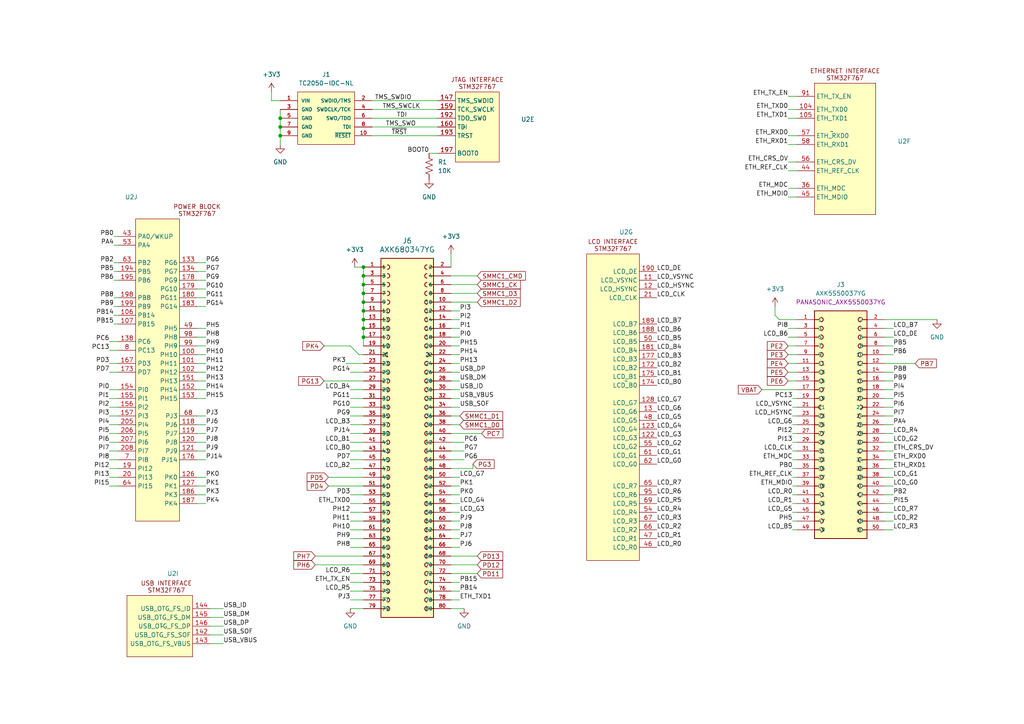
<source format=kicad_sch>
(kicad_sch (version 20230121) (generator eeschema)
  (paper "A4")
  (junction (at 105.41 95.25))
  (junction (at 105.41 90.17))
  (junction (at 105.41 85.09))
  (junction (at 105.41 77.47))
  (junction (at 81.28 34.29))
  (junction (at 105.41 80.01))
  (junction (at 81.28 36.83))
  (junction (at 81.28 39.37))
  (junction (at 105.41 92.71))
  (junction (at 105.41 97.79))
  (junction (at 105.41 82.55))
  (junction (at 105.41 87.63))
  (wire (pts (xy 256.54 105.41) (xy 265.43 105.41)))
  (wire (pts (xy 81.28 31.75) (xy 81.28 34.29)))
  (wire (pts (xy 229.87 140.97) (xy 231.14 140.97)))
  (wire (pts (xy 33.02 76.2) (xy 34.29 76.2)))
  (wire (pts (xy 105.41 146.05) (xy 101.6 146.05)))
  (wire (pts (xy 101.6 115.57) (xy 105.41 115.57)))
  (wire (pts (xy 105.41 168.91) (xy 101.6 168.91)))
  (wire (pts (xy 105.41 87.63) (xy 105.41 90.17)))
  (wire (pts (xy 228.6 102.87) (xy 231.14 102.87)))
  (wire (pts (xy 229.87 118.11) (xy 231.14 118.11)))
  (wire (pts (xy 78.74 29.21) (xy 78.74 26.67)))
  (wire (pts (xy 107.95 29.21) (xy 127 29.21)))
  (wire (pts (xy 133.35 102.87) (xy 130.81 102.87)))
  (wire (pts (xy 107.95 34.29) (xy 127 34.29)))
  (wire (pts (xy 102.87 77.47) (xy 105.41 77.47)))
  (wire (pts (xy 228.6 107.95) (xy 231.14 107.95)))
  (wire (pts (xy 259.08 100.33) (xy 256.54 100.33)))
  (wire (pts (xy 101.6 123.19) (xy 105.41 123.19)))
  (wire (pts (xy 228.6 46.99) (xy 231.14 46.99)))
  (wire (pts (xy 259.08 146.05) (xy 256.54 146.05)))
  (wire (pts (xy 229.87 130.81) (xy 231.14 130.81)))
  (wire (pts (xy 31.75 138.43) (xy 34.29 138.43)))
  (wire (pts (xy 228.6 105.41) (xy 231.14 105.41)))
  (wire (pts (xy 133.35 120.65) (xy 130.81 120.65)))
  (wire (pts (xy 133.35 100.33) (xy 130.81 100.33)))
  (wire (pts (xy 105.41 153.67) (xy 101.6 153.67)))
  (wire (pts (xy 229.87 153.67) (xy 231.14 153.67)))
  (wire (pts (xy 137.16 135.89) (xy 130.81 135.89)))
  (wire (pts (xy 124.46 44.45) (xy 127 44.45)))
  (wire (pts (xy 31.75 140.97) (xy 34.29 140.97)))
  (wire (pts (xy 133.35 113.03) (xy 130.81 113.03)))
  (wire (pts (xy 259.08 123.19) (xy 256.54 123.19)))
  (wire (pts (xy 133.35 171.45) (xy 130.81 171.45)))
  (wire (pts (xy 101.6 113.03) (xy 105.41 113.03)))
  (wire (pts (xy 228.6 31.75) (xy 231.14 31.75)))
  (wire (pts (xy 33.02 91.44) (xy 34.29 91.44)))
  (wire (pts (xy 107.95 31.75) (xy 127 31.75)))
  (wire (pts (xy 57.15 86.36) (xy 59.69 86.36)))
  (wire (pts (xy 133.35 107.95) (xy 130.81 107.95)))
  (wire (pts (xy 64.77 181.61) (xy 60.96 181.61)))
  (wire (pts (xy 133.35 90.17) (xy 130.81 90.17)))
  (wire (pts (xy 130.81 166.37) (xy 138.43 166.37)))
  (wire (pts (xy 57.15 120.65) (xy 59.69 120.65)))
  (wire (pts (xy 229.87 146.05) (xy 231.14 146.05)))
  (wire (pts (xy 231.14 92.71) (xy 226.06 92.71)))
  (wire (pts (xy 91.44 161.29) (xy 105.41 161.29)))
  (wire (pts (xy 57.15 143.51) (xy 59.69 143.51)))
  (wire (pts (xy 105.41 166.37) (xy 101.6 166.37)))
  (wire (pts (xy 134.62 133.35) (xy 130.81 133.35)))
  (wire (pts (xy 105.41 95.25) (xy 105.41 97.79)))
  (wire (pts (xy 259.08 130.81) (xy 256.54 130.81)))
  (wire (pts (xy 259.08 125.73) (xy 256.54 125.73)))
  (wire (pts (xy 229.87 128.27) (xy 231.14 128.27)))
  (wire (pts (xy 105.41 102.87) (xy 104.14 102.87)))
  (wire (pts (xy 101.6 118.11) (xy 105.41 118.11)))
  (wire (pts (xy 31.75 133.35) (xy 34.29 133.35)))
  (wire (pts (xy 101.6 135.89) (xy 105.41 135.89)))
  (wire (pts (xy 105.41 90.17) (xy 105.41 92.71)))
  (wire (pts (xy 57.15 113.03) (xy 59.69 113.03)))
  (wire (pts (xy 57.15 105.41) (xy 59.69 105.41)))
  (wire (pts (xy 259.08 102.87) (xy 256.54 102.87)))
  (wire (pts (xy 33.02 88.9) (xy 34.29 88.9)))
  (wire (pts (xy 33.02 81.28) (xy 34.29 81.28)))
  (wire (pts (xy 31.75 101.6) (xy 34.29 101.6)))
  (wire (pts (xy 105.41 77.47) (xy 105.41 80.01)))
  (wire (pts (xy 130.81 176.53) (xy 134.62 176.53)))
  (wire (pts (xy 57.15 81.28) (xy 59.69 81.28)))
  (wire (pts (xy 133.35 168.91) (xy 130.81 168.91)))
  (wire (pts (xy 133.35 148.59) (xy 130.81 148.59)))
  (wire (pts (xy 31.75 120.65) (xy 34.29 120.65)))
  (wire (pts (xy 107.95 36.83) (xy 127 36.83)))
  (wire (pts (xy 57.15 97.79) (xy 59.69 97.79)))
  (wire (pts (xy 259.08 97.79) (xy 256.54 97.79)))
  (wire (pts (xy 105.41 156.21) (xy 101.6 156.21)))
  (wire (pts (xy 133.35 105.41) (xy 130.81 105.41)))
  (wire (pts (xy 259.08 95.25) (xy 256.54 95.25)))
  (wire (pts (xy 133.35 156.21) (xy 130.81 156.21)))
  (wire (pts (xy 101.6 128.27) (xy 105.41 128.27)))
  (wire (pts (xy 133.35 140.97) (xy 130.81 140.97)))
  (wire (pts (xy 81.28 41.91) (xy 81.28 39.37)))
  (wire (pts (xy 57.15 88.9) (xy 59.69 88.9)))
  (wire (pts (xy 57.15 102.87) (xy 59.69 102.87)))
  (wire (pts (xy 101.6 176.53) (xy 105.41 176.53)))
  (wire (pts (xy 57.15 115.57) (xy 59.69 115.57)))
  (wire (pts (xy 256.54 92.71) (xy 271.78 92.71)))
  (wire (pts (xy 229.87 133.35) (xy 231.14 133.35)))
  (wire (pts (xy 133.35 143.51) (xy 130.81 143.51)))
  (wire (pts (xy 33.02 78.74) (xy 34.29 78.74)))
  (wire (pts (xy 259.08 153.67) (xy 256.54 153.67)))
  (wire (pts (xy 133.35 123.19) (xy 130.81 123.19)))
  (wire (pts (xy 133.35 97.79) (xy 130.81 97.79)))
  (wire (pts (xy 57.15 140.97) (xy 59.69 140.97)))
  (wire (pts (xy 57.15 76.2) (xy 59.69 76.2)))
  (wire (pts (xy 130.81 161.29) (xy 138.43 161.29)))
  (wire (pts (xy 101.6 107.95) (xy 105.41 107.95)))
  (wire (pts (xy 100.33 105.41) (xy 105.41 105.41)))
  (wire (pts (xy 57.15 95.25) (xy 59.69 95.25)))
  (wire (pts (xy 31.75 107.95) (xy 34.29 107.95)))
  (wire (pts (xy 105.41 97.79) (xy 105.41 100.33)))
  (wire (pts (xy 259.08 143.51) (xy 256.54 143.51)))
  (wire (pts (xy 101.6 143.51) (xy 105.41 143.51)))
  (wire (pts (xy 137.16 134.62) (xy 137.16 135.89)))
  (wire (pts (xy 57.15 110.49) (xy 59.69 110.49)))
  (wire (pts (xy 57.15 78.74) (xy 59.69 78.74)))
  (wire (pts (xy 133.35 138.43) (xy 130.81 138.43)))
  (wire (pts (xy 228.6 54.61) (xy 231.14 54.61)))
  (wire (pts (xy 134.62 128.27) (xy 130.81 128.27)))
  (wire (pts (xy 104.14 102.87) (xy 101.6 100.33)))
  (wire (pts (xy 57.15 146.05) (xy 59.69 146.05)))
  (wire (pts (xy 91.44 163.83) (xy 105.41 163.83)))
  (wire (pts (xy 229.87 125.73) (xy 231.14 125.73)))
  (wire (pts (xy 101.6 130.81) (xy 105.41 130.81)))
  (wire (pts (xy 259.08 151.13) (xy 256.54 151.13)))
  (wire (pts (xy 64.77 186.69) (xy 60.96 186.69)))
  (wire (pts (xy 228.6 57.15) (xy 231.14 57.15)))
  (wire (pts (xy 57.15 100.33) (xy 59.69 100.33)))
  (wire (pts (xy 130.81 82.55) (xy 138.43 82.55)))
  (wire (pts (xy 130.81 87.63) (xy 138.43 87.63)))
  (wire (pts (xy 31.75 113.03) (xy 34.29 113.03)))
  (wire (pts (xy 81.28 29.21) (xy 78.74 29.21)))
  (wire (pts (xy 229.87 123.19) (xy 231.14 123.19)))
  (wire (pts (xy 229.87 120.65) (xy 231.14 120.65)))
  (wire (pts (xy 57.15 130.81) (xy 59.69 130.81)))
  (wire (pts (xy 259.08 120.65) (xy 256.54 120.65)))
  (wire (pts (xy 133.35 146.05) (xy 130.81 146.05)))
  (wire (pts (xy 130.81 73.66) (xy 130.81 77.47)))
  (wire (pts (xy 57.15 107.95) (xy 59.69 107.95)))
  (wire (pts (xy 33.02 71.12) (xy 34.29 71.12)))
  (wire (pts (xy 57.15 138.43) (xy 59.69 138.43)))
  (wire (pts (xy 105.41 80.01) (xy 105.41 82.55)))
  (wire (pts (xy 33.02 68.58) (xy 34.29 68.58)))
  (wire (pts (xy 133.35 110.49) (xy 130.81 110.49)))
  (wire (pts (xy 259.08 140.97) (xy 256.54 140.97)))
  (wire (pts (xy 93.98 110.49) (xy 105.41 110.49)))
  (wire (pts (xy 31.75 135.89) (xy 34.29 135.89)))
  (wire (pts (xy 220.98 113.03) (xy 231.14 113.03)))
  (wire (pts (xy 229.87 151.13) (xy 231.14 151.13)))
  (wire (pts (xy 259.08 113.03) (xy 256.54 113.03)))
  (wire (pts (xy 105.41 92.71) (xy 105.41 95.25)))
  (wire (pts (xy 57.15 123.19) (xy 59.69 123.19)))
  (wire (pts (xy 229.87 115.57) (xy 231.14 115.57)))
  (wire (pts (xy 228.6 49.53) (xy 231.14 49.53)))
  (wire (pts (xy 31.75 115.57) (xy 34.29 115.57)))
  (wire (pts (xy 224.79 88.9) (xy 224.79 91.44)))
  (wire (pts (xy 105.41 85.09) (xy 105.41 87.63)))
  (wire (pts (xy 130.81 85.09) (xy 138.43 85.09)))
  (wire (pts (xy 229.87 143.51) (xy 231.14 143.51)))
  (wire (pts (xy 81.28 36.83) (xy 81.28 39.37)))
  (wire (pts (xy 133.35 158.75) (xy 130.81 158.75)))
  (wire (pts (xy 229.87 138.43) (xy 231.14 138.43)))
  (wire (pts (xy 95.25 138.43) (xy 105.41 138.43)))
  (wire (pts (xy 31.75 130.81) (xy 34.29 130.81)))
  (wire (pts (xy 105.41 171.45) (xy 101.6 171.45)))
  (wire (pts (xy 259.08 107.95) (xy 256.54 107.95)))
  (wire (pts (xy 57.15 128.27) (xy 59.69 128.27)))
  (wire (pts (xy 101.6 133.35) (xy 105.41 133.35)))
  (wire (pts (xy 228.6 100.33) (xy 231.14 100.33)))
  (wire (pts (xy 134.62 130.81) (xy 130.81 130.81)))
  (wire (pts (xy 259.08 115.57) (xy 256.54 115.57)))
  (wire (pts (xy 133.35 151.13) (xy 130.81 151.13)))
  (wire (pts (xy 133.35 118.11) (xy 130.81 118.11)))
  (wire (pts (xy 228.6 95.25) (xy 231.14 95.25)))
  (wire (pts (xy 228.6 27.94) (xy 231.14 27.94)))
  (wire (pts (xy 228.6 97.79) (xy 231.14 97.79)))
  (wire (pts (xy 228.6 34.29) (xy 231.14 34.29)))
  (wire (pts (xy 130.81 80.01) (xy 138.43 80.01)))
  (wire (pts (xy 133.35 92.71) (xy 130.81 92.71)))
  (wire (pts (xy 105.41 158.75) (xy 101.6 158.75)))
  (wire (pts (xy 130.81 163.83) (xy 138.43 163.83)))
  (wire (pts (xy 105.41 148.59) (xy 101.6 148.59)))
  (wire (pts (xy 105.41 173.99) (xy 101.6 173.99)))
  (wire (pts (xy 31.75 128.27) (xy 34.29 128.27)))
  (wire (pts (xy 64.77 179.07) (xy 60.96 179.07)))
  (wire (pts (xy 133.35 173.99) (xy 130.81 173.99)))
  (wire (pts (xy 57.15 83.82) (xy 59.69 83.82)))
  (wire (pts (xy 133.35 115.57) (xy 130.81 115.57)))
  (wire (pts (xy 101.6 120.65) (xy 105.41 120.65)))
  (wire (pts (xy 31.75 125.73) (xy 34.29 125.73)))
  (wire (pts (xy 31.75 123.19) (xy 34.29 123.19)))
  (wire (pts (xy 228.6 41.91) (xy 231.14 41.91)))
  (wire (pts (xy 259.08 128.27) (xy 256.54 128.27)))
  (wire (pts (xy 130.81 125.73) (xy 139.7 125.73)))
  (wire (pts (xy 226.06 92.71) (xy 224.79 91.44)))
  (wire (pts (xy 105.41 151.13) (xy 101.6 151.13)))
  (wire (pts (xy 64.77 184.15) (xy 60.96 184.15)))
  (wire (pts (xy 81.28 34.29) (xy 81.28 36.83)))
  (wire (pts (xy 93.98 100.33) (xy 101.6 100.33)))
  (wire (pts (xy 229.87 148.59) (xy 231.14 148.59)))
  (wire (pts (xy 107.95 39.37) (xy 127 39.37)))
  (wire (pts (xy 259.08 133.35) (xy 256.54 133.35)))
  (wire (pts (xy 133.35 95.25) (xy 130.81 95.25)))
  (wire (pts (xy 259.08 148.59) (xy 256.54 148.59)))
  (wire (pts (xy 64.77 176.53) (xy 60.96 176.53)))
  (wire (pts (xy 31.75 118.11) (xy 34.29 118.11)))
  (wire (pts (xy 259.08 118.11) (xy 256.54 118.11)))
  (wire (pts (xy 31.75 99.06) (xy 34.29 99.06)))
  (wire (pts (xy 259.08 110.49) (xy 256.54 110.49)))
  (wire (pts (xy 57.15 125.73) (xy 59.69 125.73)))
  (wire (pts (xy 133.35 153.67) (xy 130.81 153.67)))
  (wire (pts (xy 228.6 39.37) (xy 231.14 39.37)))
  (wire (pts (xy 229.87 135.89) (xy 231.14 135.89)))
  (wire (pts (xy 31.75 105.41) (xy 34.29 105.41)))
  (wire (pts (xy 228.6 110.49) (xy 231.14 110.49)))
  (wire (pts (xy 57.15 133.35) (xy 59.69 133.35)))
  (wire (pts (xy 33.02 86.36) (xy 34.29 86.36)))
  (wire (pts (xy 259.08 135.89) (xy 256.54 135.89)))
  (wire (pts (xy 33.02 93.98) (xy 34.29 93.98)))
  (wire (pts (xy 259.08 138.43) (xy 256.54 138.43)))
  (wire (pts (xy 101.6 125.73) (xy 105.41 125.73)))
  (wire (pts (xy 95.25 140.97) (xy 105.41 140.97)))
  (wire (pts (xy 105.41 82.55) (xy 105.41 85.09)))
  (label "LCD_B4" (at 190.5 101.6 0))
  (label "PD7" (at 31.75 107.95 180))
  (label "LCD_G5" (at 190.5 121.92 0))
  (label "PD3" (at 31.75 105.41 180))
  (label "ETH_CRS_DV" (at 228.6 46.99 180))
  (label "LCD_G5" (at 229.87 148.59 180))
  (label "PG11" (at 59.69 86.36 0))
  (label "LCD_B7" (at 259.08 95.25 0))
  (label "LCD_G7" (at 190.5 116.84 0))
  (label "LCD_DE" (at 259.08 97.79 0))
  (label "PG6" (at 134.62 133.35 0))
  (label "PJ3" (at 101.6 173.99 180))
  (label "PJ7" (at 133.35 156.21 0))
  (label "PH8" (at 101.6 158.75 180))
  (label "LCD_CLK" (at 190.5 86.36 0))
  (label "PK3" (at 100.33 105.41 180))
  (label "PG7" (at 134.62 130.81 0))
  (label "PJ8" (at 133.35 153.67 0))
  (label "LCD_G3" (at 190.5 127 0))
  (label "LCD_B0" (at 101.6 130.81 180))
  (label "PG7" (at 59.69 78.74 0))
  (label "PK1" (at 59.69 140.97 0))
  (label "LCD_B5" (at 229.87 153.67 180))
  (label "PI13" (at 31.75 138.43 180))
  (label "PB2" (at 33.02 76.2 180))
  (label "TDI" (at 118.11 34.29 180))
  (label "ETH_RXD1" (at 259.08 135.89 0))
  (label "LCD_R0" (at 190.5 158.75 0))
  (label "PJ8" (at 59.69 128.27 0))
  (label "LCD_VSYNC" (at 190.5 81.28 0))
  (label "PB8" (at 33.02 86.36 180))
  (label "PI7" (at 31.75 130.81 180))
  (label "ETH_RXD0" (at 259.08 133.35 0))
  (label "LCD_R4" (at 190.5 148.59 0))
  (label "LCD_R6" (at 101.6 166.37 180))
  (label "TMS_SWO" (at 120.65 36.83 180))
  (label "ETH_RXD0" (at 228.6 39.37 180))
  (label "PB2" (at 259.08 143.51 0))
  (label "PI0" (at 133.35 97.79 0))
  (label "PI5" (at 259.08 115.57 0))
  (label "LCD_B5" (at 190.5 99.06 0))
  (label "PK4" (at 59.69 146.05 0))
  (label "TMS_SWDIO" (at 119.38 29.21 180))
  (label "LCD_R1" (at 229.87 146.05 180))
  (label "USB_ID" (at 133.35 113.03 0))
  (label "ETH_TXD1" (at 133.35 173.99 0))
  (label "PI5" (at 31.75 125.73 180))
  (label "ETH_CRS_DV" (at 259.08 130.81 0))
  (label "PI7" (at 259.08 120.65 0))
  (label "PC6" (at 134.62 128.27 0))
  (label "PB6" (at 33.02 81.28 180))
  (label "PH14" (at 59.69 113.03 0))
  (label "ETH_REF_CLK" (at 228.6 49.53 180))
  (label "LCD_R1" (at 190.5 156.21 0))
  (label "USB_VBUS" (at 64.77 186.69 0))
  (label "PG9" (at 101.6 120.65 180))
  (label "PH12" (at 59.69 107.95 0))
  (label "LCD_G6" (at 190.5 119.38 0))
  (label "LCD_B7" (at 190.5 93.98 0))
  (label "PB15" (at 133.35 168.91 0))
  (label "PB5" (at 259.08 100.33 0))
  (label "PK3" (at 59.69 143.51 0))
  (label "LCD_B6" (at 228.6 97.79 180))
  (label "LCD_R3" (at 190.5 151.13 0))
  (label "LCD_G3" (at 133.35 148.59 0))
  (label "LCD_R7" (at 259.08 148.59 0))
  (label "LCD_G2" (at 259.08 128.27 0))
  (label "PG6" (at 59.69 76.2 0))
  (label "PB6" (at 259.08 102.87 0))
  (label "PB0" (at 229.87 135.89 180))
  (label "PB15" (at 33.02 93.98 180))
  (label "PI8" (at 31.75 133.35 180))
  (label "PB8" (at 259.08 107.95 0))
  (label "ETH_TX_EN" (at 228.6 27.94 180))
  (label "LCD_G1" (at 190.5 132.08 0))
  (label "PJ3" (at 59.69 120.65 0))
  (label "ETH_MDC" (at 229.87 133.35 180))
  (label "PH5" (at 229.87 151.13 180))
  (label "LCD_R5" (at 190.5 146.05 0))
  (label "USB_ID" (at 64.77 176.53 0))
  (label "PH11" (at 59.69 105.41 0))
  (label "LCD_R2" (at 190.5 153.67 0))
  (label "LCD_R2" (at 259.08 151.13 0))
  (label "LCD_G2" (at 190.5 129.54 0))
  (label "PH8" (at 59.69 97.79 0))
  (label "PD7" (at 101.6 133.35 180))
  (label "PJ6" (at 133.35 158.75 0))
  (label "PI2" (at 31.75 118.11 180))
  (label "LCD_HSYNC" (at 229.87 120.65 180))
  (label "PB9" (at 259.08 110.49 0))
  (label "PH14" (at 133.35 102.87 0))
  (label "PH15" (at 59.69 115.57 0))
  (label "PI1" (at 31.75 115.57 180))
  (label "ETH_TX_EN" (at 101.6 168.91 180))
  (label "LCD_R6" (at 190.5 143.51 0))
  (label "PB14" (at 133.35 171.45 0))
  (label "LCD_R0" (at 229.87 143.51 180))
  (label "PD3" (at 101.6 143.51 180))
  (label "PI3" (at 133.35 90.17 0))
  (label "PI13" (at 229.87 128.27 180))
  (label "PG14" (at 59.69 88.9 0))
  (label "USB_SOF" (at 64.77 184.15 0))
  (label "PB14" (at 33.02 91.44 180))
  (label "LCD_B1" (at 190.5 109.22 0))
  (label "PJ9" (at 133.35 151.13 0))
  (label "LCD_G0" (at 190.5 134.62 0))
  (label "PI4" (at 31.75 123.19 180))
  (label "ETH_REF_CLK" (at 229.87 138.43 180))
  (label "PC6" (at 31.75 99.06 180))
  (label "~{TRST}" (at 118.11 39.37 180))
  (label "PI6" (at 259.08 118.11 0))
  (label "LCD_B4" (at 101.6 113.03 180))
  (label "LCD_G1" (at 259.08 138.43 0))
  (label "PH10" (at 59.69 102.87 0))
  (label "LCD_R7" (at 190.5 140.97 0))
  (label "USB_DP" (at 133.35 107.95 0))
  (label "PH11" (at 101.6 151.13 180))
  (label "PJ14" (at 59.69 133.35 0))
  (label "USB_DM" (at 133.35 110.49 0))
  (label "PH5" (at 59.69 95.25 0))
  (label "PK1" (at 133.35 140.97 0))
  (label "PI15" (at 259.08 146.05 0))
  (label "PG10" (at 101.6 118.11 180))
  (label "PH13" (at 59.69 110.49 0))
  (label "LCD_B2" (at 190.5 106.68 0))
  (label "PC13" (at 31.75 101.6 180))
  (label "LCD_B2" (at 101.6 135.89 180))
  (label "PI2" (at 133.35 92.71 0))
  (label "TMS_SWCLK" (at 121.92 31.75 180))
  (label "LCD_R4" (at 259.08 125.73 0))
  (label "LCD_HSYNC" (at 190.5 83.82 0))
  (label "PB0" (at 33.02 68.58 180))
  (label "PC13" (at 229.87 115.57 180))
  (label "USB_SOF" (at 133.35 118.11 0))
  (label "PG9" (at 59.69 81.28 0))
  (label "PH9" (at 101.6 156.21 180))
  (label "ETH_RXD1" (at 228.6 41.91 180))
  (label "LCD_G6" (at 229.87 123.19 180))
  (label "BOOT0" (at 124.46 44.45 180))
  (label "PI12" (at 229.87 125.73 180))
  (label "PA4" (at 259.08 123.19 0))
  (label "PH13" (at 133.35 105.41 0))
  (label "LCD_CLK" (at 229.87 130.81 180))
  (label "PH9" (at 59.69 100.33 0))
  (label "PG14" (at 101.6 107.95 180))
  (label "PK0" (at 59.69 138.43 0))
  (label "USB_DP" (at 64.77 181.61 0))
  (label "LCD_VSYNC" (at 229.87 118.11 180))
  (label "PI12" (at 31.75 135.89 180))
  (label "ETH_TXD0" (at 228.6 31.75 180))
  (label "LCD_G4" (at 133.35 146.05 0))
  (label "LCD_B3" (at 190.5 104.14 0))
  (label "PJ14" (at 101.6 125.73 180))
  (label "PJ7" (at 59.69 125.73 0))
  (label "PI15" (at 31.75 140.97 180))
  (label "PG11" (at 101.6 115.57 180))
  (label "PA4" (at 33.02 71.12 180))
  (label "LCD_G7" (at 133.35 138.43 0))
  (label "LCD_R3" (at 259.08 153.67 0))
  (label "ETH_TXD0" (at 101.6 146.05 180))
  (label "PI0" (at 31.75 113.03 180))
  (label "PB9" (at 33.02 88.9 180))
  (label "LCD_B3" (at 101.6 123.19 180))
  (label "PG10" (at 59.69 83.82 0))
  (label "PK0" (at 133.35 143.51 0))
  (label "USB_VBUS" (at 133.35 115.57 0))
  (label "ETH_MDIO" (at 228.6 57.15 180))
  (label "LCD_B6" (at 190.5 96.52 0))
  (label "PI4" (at 259.08 113.03 0))
  (label "PI1" (at 133.35 95.25 0))
  (label "LCD_B0" (at 190.5 111.76 0))
  (label "LCD_B1" (at 101.6 128.27 180))
  (label "LCD_G4" (at 190.5 124.46 0))
  (label "ETH_MDC" (at 228.6 54.61 180))
  (label "ETH_MDIO" (at 229.87 140.97 180))
  (label "PJ6" (at 59.69 123.19 0))
  (label "PH15" (at 133.35 100.33 0))
  (label "LCD_G0" (at 259.08 140.97 0))
  (label "LCD_R5" (at 101.6 171.45 180))
  (label "ETH_TXD1" (at 228.6 34.29 180))
  (label "PI8" (at 228.6 95.25 180))
  (label "PI3" (at 31.75 120.65 180))
  (label "PB5" (at 33.02 78.74 180))
  (label "USB_DM" (at 64.77 179.07 0))
  (label "PI6" (at 31.75 128.27 180))
  (label "LCD_DE" (at 190.5 78.74 0))
  (label "PH12" (at 101.6 148.59 180))
  (label "PH10" (at 101.6 153.67 180))
  (label "PJ9" (at 59.69 130.81 0))
  (global_label "PD12" (shape input) (at 138.43 163.83 0) (property "Intersheetrefs" "${INTERSHEET_REFS}" (effects hide)))
  (global_label "PE5" (shape input) (at 228.6 107.95 180) (property "Intersheetrefs" "${INTERSHEET_REFS}" (effects hide)))
  (global_label "PB7" (shape input) (at 265.43 105.41 0) (property "Intersheetrefs" "${INTERSHEET_REFS}" (effects hide)))
  (global_label "PH6" (shape input) (at 91.44 163.83 180) (property "Intersheetrefs" "${INTERSHEET_REFS}" (effects hide)))
  (global_label "SMMC1_D0" (shape input) (at 133.35 123.19 0) (property "Intersheetrefs" "${INTERSHEET_REFS}" (effects hide)))
  (global_label "PD4" (shape input) (at 95.25 140.97 180) (property "Intersheetrefs" "${INTERSHEET_REFS}" (effects hide)))
  (global_label "PK4" (shape input) (at 93.98 100.33 180) (property "Intersheetrefs" "${INTERSHEET_REFS}" (effects hide)))
  (global_label "SMMC1_D3" (shape input) (at 138.43 85.09 0) (property "Intersheetrefs" "${INTERSHEET_REFS}" (effects hide)))
  (global_label "SMMC1_D2" (shape input) (at 138.43 87.63 0) (property "Intersheetrefs" "${INTERSHEET_REFS}" (effects hide)))
  (global_label "PE2" (shape input) (at 228.6 100.33 180) (property "Intersheetrefs" "${INTERSHEET_REFS}" (effects hide)))
  (global_label "SMMC1_CMD" (shape input) (at 138.43 80.01 0) (property "Intersheetrefs" "${INTERSHEET_REFS}" (effects hide)))
  (global_label "PD5" (shape input) (at 95.25 138.43 180) (property "Intersheetrefs" "${INTERSHEET_REFS}" (effects hide)))
  (global_label "SMMC1_D1" (shape input) (at 133.35 120.65 0) (property "Intersheetrefs" "${INTERSHEET_REFS}" (effects hide)))
  (global_label "PC7" (shape input) (at 139.7 125.73 0) (property "Intersheetrefs" "${INTERSHEET_REFS}" (effects hide)))
  (global_label "PE4" (shape input) (at 228.6 105.41 180) (property "Intersheetrefs" "${INTERSHEET_REFS}" (effects hide)))
  (global_label "PG13" (shape input) (at 93.98 110.49 180) (property "Intersheetrefs" "${INTERSHEET_REFS}" (effects hide)))
  (global_label "PH7" (shape input) (at 91.44 161.29 180) (property "Intersheetrefs" "${INTERSHEET_REFS}" (effects hide)))
  (global_label "PD11" (shape input) (at 138.43 166.37 0) (property "Intersheetrefs" "${INTERSHEET_REFS}" (effects hide)))
  (global_label "VBAT" (shape input) (at 220.98 113.03 180) (property "Intersheetrefs" "${INTERSHEET_REFS}" (effects hide)))
  (global_label "PE6" (shape input) (at 228.6 110.49 180) (property "Intersheetrefs" "${INTERSHEET_REFS}" (effects hide)))
  (global_label "PG3" (shape input) (at 137.16 134.62 0) (property "Intersheetrefs" "${INTERSHEET_REFS}" (effects hide)))
  (global_label "SMMC1_CK" (shape input) (at 138.43 82.55 0) (property "Intersheetrefs" "${INTERSHEET_REFS}" (effects hide)))
  (global_label "PE3" (shape input) (at 228.6 102.87 180) (property "Intersheetrefs" "${INTERSHEET_REFS}" (effects hide)))
  (global_label "PD13" (shape input) (at 138.43 161.29 0) (property "Intersheetrefs" "${INTERSHEET_REFS}" (effects hide)))
  (symbol (lib_id "Local_symbols:STM32F767BGT6") (at 185.42 109.22 0) (unit 7)
    (property "Reference" "U2" (at 181.61 67.31 0))
    (property "Value" "~" (at 181.61 110.49 0))
    (property "Footprint" "Local_Footprints:LQFP-208_STM" (effects hide))
  )
  (symbol (lib_id "Local_symbols:AXK5S50037YG") (at 243.84 123.19 0) (unit 1)
    (property "Reference" "J3" (at 243.84 82.55 0))
    (property "Value" "AXK5S50037YG" (at 243.84 85.09 0))
    (property "Footprint" "PANASONIC_AXK5S50037YG" (at 243.84 87.63 0))
    (property "PARTREV" "ACCTB22E 202003" (effects hide))
    (property "STANDARD" "Manufacturer Recommendations" (effects hide))
    (property "MAXIMUM_PACKAGE_HEIGHT" "3.05 mm" (effects hide))
    (property "MANUFACTURER" "Panasonic" (effects hide))
  )
  (symbol (lib_id "power:+3V3") (at 78.74 26.67 0) (unit 1)
    (property "Reference" "#PWR05" (effects hide))
    (property "Value" "+3V3" (at 78.74 21.59 0))
  )
  (symbol (lib_id "Local_symbols:AXK680347YG") (at 118.11 127 0) (unit 1)
    (property "Reference" "J6" (at 118.11 69.85 0) (effects (font (size 1.524 1.524))))
    (property "Value" "AXK680347YG" (at 118.11 72.39 0) (effects (font (size 1.524 1.524))))
    (property "Footprint" "Local_Footprints:PANASONIC-AXK5S80047YG" (effects hide))
    (property "Datasheet" "AXK680347YG" (effects hide))
  )
  (symbol (lib_id "Local_symbols:STM32F767BGT6") (at 138.43 35.56 0) (unit 5)
    (property "Reference" "U2" (at 151.13 34.6321 0) (effects (justify left)))
    (property "Value" "~" (at 134.62 36.83 0))
    (property "Footprint" "Local_Footprints:LQFP-208_STM" (effects hide))
    (pin "1" (alternate "PE2"))
    (pin "111" (alternate "PD11"))
    (pin "112" (alternate "PD12"))
    (pin "113" (alternate "PD13"))
    (pin "130" (alternate "PG3"))
    (pin "139" (alternate "PC7"))
    (pin "168" (alternate "PD4"))
    (pin "169" (alternate "PD5"))
    (pin "182" (alternate "PG13"))
    (pin "196" (alternate "PB7"))
    (pin "2" (alternate "PE3"))
    (pin "3" (alternate "PE4"))
    (pin "4" (alternate "PE5"))
    (pin "5" (alternate "PE6"))
    (pin "96" (alternate "PH6"))
    (pin "97" (alternate "PH7"))
  )
  (symbol (lib_id "power:+3V3") (at 224.79 88.9 0) (unit 1)
    (property "Reference" "#PWR029" (effects hide))
    (property "Value" "+3V3" (at 224.79 83.82 0))
  )
  (symbol (lib_id "power:GND") (at 101.6 176.53 0) (unit 1)
    (property "Reference" "#PWR034" (effects hide))
    (property "Value" "GND" (at 101.6 181.61 0))
  )
  (symbol (lib_id "Local_symbols:TC2050-IDC-NL") (at 95.25 34.29 0) (unit 1)
    (property "Reference" "J1" (at 94.615 21.59 0))
    (property "Value" "TC2050-IDC-NL" (at 94.615 24.13 0))
    (property "Footprint" "Local_Footprints:TAG-CONNECT_TC2050-IDC" (effects hide))
    (property "PARTREV" "A" (effects hide))
    (property "MANUFACTURER" "Tag-Connect" (effects hide))
    (property "STANDARD" "Manufacturer recommendations" (effects hide))
  )
  (symbol (lib_id "power:GND") (at 271.78 92.71 0) (unit 1)
    (property "Reference" "#PWR030" (effects hide))
    (property "Value" "GND" (at 271.78 97.79 0))
  )
  (symbol (lib_id "Device:R_US") (at 124.46 48.26 180) (unit 1)
    (property "Reference" "R1" (at 127 46.99 0) (effects (justify right)))
    (property "Value" "10K" (at 127 49.53 0) (effects (justify right)))
    (property "Footprint" "Resistor_SMD:R_0402_1005Metric_Pad0.72x0.64mm_HandSolder" (effects hide))
    (instances (project "stm32f767-som" (path "" (reference "R1") (unit 1)) (path "" (reference "R2") (unit 1))))
  )
  (symbol (lib_id "power:+3V3") (at 102.87 77.47 0) (unit 1)
    (property "Reference" "#PWR033" (effects hide))
    (property "Value" "+3V3" (at 102.87 72.39 0))
  )
  (symbol (lib_id "power:+3V3") (at 130.81 73.66 0) (unit 1)
    (property "Reference" "#PWR032" (effects hide))
    (property "Value" "+3V3" (at 130.81 68.58 0))
  )
  (symbol (lib_id "Local_symbols:STM32F767BGT6") (at 245.11 36.83 0) (unit 6)
    (property "Reference" "U2" (at 260.35 40.9821 0) (effects (justify left)))
    (property "Value" "~" (at 241.3 38.1 0))
    (property "Footprint" "Local_Footprints:LQFP-208_STM" (effects hide))
    (pin "1" (alternate "PE2"))
    (pin "111" (alternate "PD11"))
    (pin "112" (alternate "PD12"))
    (pin "113" (alternate "PD13"))
    (pin "130" (alternate "PG3"))
    (pin "139" (alternate "PC7"))
    (pin "168" (alternate "PD4"))
    (pin "169" (alternate "PD5"))
    (pin "182" (alternate "PG13"))
    (pin "196" (alternate "PB7"))
    (pin "2" (alternate "PE3"))
    (pin "3" (alternate "PE4"))
    (pin "4" (alternate "PE5"))
    (pin "5" (alternate "PE6"))
    (pin "96" (alternate "PH6"))
    (pin "97" (alternate "PH7"))
  )
  (symbol (lib_id "Local_symbols:STM32F767BGT6") (at 50.8 180.34 0) (unit 9)
    (property "Reference" "U2" (at 50.165 166.37 0))
    (property "Value" "~" (at 46.99 181.61 0))
    (property "Footprint" "Local_Footprints:LQFP-208_STM" (effects hide))
    (pin "1" (alternate "PE2"))
    (pin "111" (alternate "PD11"))
    (pin "112" (alternate "PD12"))
    (pin "113" (alternate "PD13"))
    (pin "130" (alternate "PG3"))
    (pin "139" (alternate "PC7"))
    (pin "168" (alternate "PD4"))
    (pin "169" (alternate "PD5"))
    (pin "182" (alternate "PG13"))
    (pin "196" (alternate "PB7"))
    (pin "2" (alternate "PE3"))
    (pin "3" (alternate "PE4"))
    (pin "4" (alternate "PE5"))
    (pin "5" (alternate "PE6"))
    (pin "96" (alternate "PH6"))
    (pin "97" (alternate "PH7"))
  )
  (symbol (lib_id "Local_symbols:STM32F767BGT6") (at 54.61 99.06 0) (unit 10)
    (property "Reference" "U2" (at 38.1 57.15 0))
    (property "Value" "~" (at 50.8 100.33 0))
    (property "Footprint" "Local_Footprints:LQFP-208_STM" (effects hide))
    (pin "1" (alternate "PE2"))
    (pin "111" (alternate "PD11"))
    (pin "112" (alternate "PD12"))
    (pin "113" (alternate "PD13"))
    (pin "130" (alternate "PG3"))
    (pin "139" (alternate "PC7"))
    (pin "168" (alternate "PD4"))
    (pin "169" (alternate "PD5"))
    (pin "182" (alternate "PG13"))
    (pin "196" (alternate "PB7"))
    (pin "2" (alternate "PE3"))
    (pin "3" (alternate "PE4"))
    (pin "4" (alternate "PE5"))
    (pin "5" (alternate "PE6"))
    (pin "96" (alternate "PH6"))
    (pin "97" (alternate "PH7"))
  )
  (symbol (lib_id "power:GND") (at 124.46 52.07 0) (unit 1)
    (property "Reference" "#PWR03" (effects hide))
    (property "Value" "GND" (at 124.46 57.15 0))
  )
  (symbol (lib_id "power:GND") (at 81.28 41.91 0) (unit 1)
    (property "Reference" "#PWR028" (effects hide))
    (property "Value" "GND" (at 81.28 46.99 0))
  )
  (symbol (lib_id "power:GND") (at 134.62 176.53 0) (unit 1)
    (property "Reference" "#PWR035" (effects hide))
    (property "Value" "GND" (at 134.62 181.61 0))
  )
)
</source>
